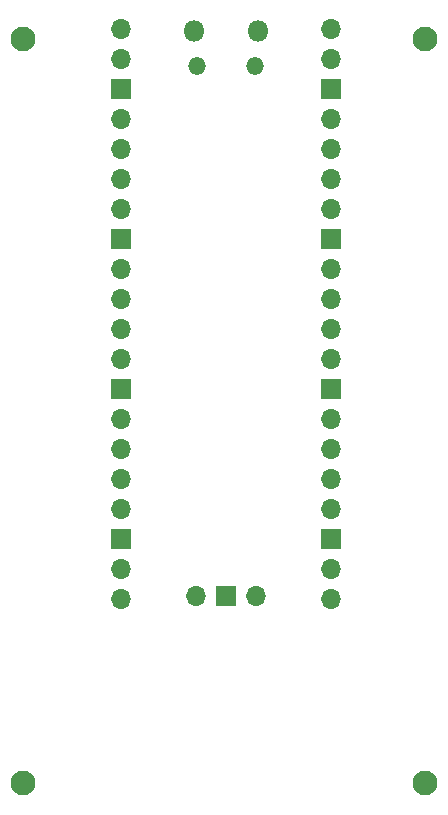
<source format=gbs>
%TF.GenerationSoftware,KiCad,Pcbnew,(6.0.2)*%
%TF.CreationDate,2022-03-20T12:26:15-06:00*%
%TF.ProjectId,carrier_board,63617272-6965-4725-9f62-6f6172642e6b,1*%
%TF.SameCoordinates,Original*%
%TF.FileFunction,Soldermask,Bot*%
%TF.FilePolarity,Negative*%
%FSLAX46Y46*%
G04 Gerber Fmt 4.6, Leading zero omitted, Abs format (unit mm)*
G04 Created by KiCad (PCBNEW (6.0.2)) date 2022-03-20 12:26:15*
%MOMM*%
%LPD*%
G01*
G04 APERTURE LIST*
%ADD10C,2.100000*%
%ADD11O,1.500000X1.500000*%
%ADD12O,1.800000X1.800000*%
%ADD13O,1.700000X1.700000*%
%ADD14R,1.700000X1.700000*%
G04 APERTURE END LIST*
D10*
%TO.C,REF\u002A\u002A*%
X130000000Y-62000000D03*
%TD*%
%TO.C,REF\u002A\u002A*%
X164000000Y-62000000D03*
%TD*%
%TO.C,REF\u002A\u002A*%
X130000000Y-125000000D03*
%TD*%
%TO.C,REF\u002A\u002A*%
X164000000Y-125000000D03*
%TD*%
D11*
%TO.C,U1*%
X144765000Y-64305000D03*
D12*
X144465000Y-61275000D03*
D11*
X149615000Y-64305000D03*
D12*
X149915000Y-61275000D03*
D13*
X138300000Y-61145000D03*
X138300000Y-63685000D03*
D14*
X138300000Y-66225000D03*
D13*
X138300000Y-68765000D03*
X138300000Y-71305000D03*
X138300000Y-73845000D03*
X138300000Y-76385000D03*
D14*
X138300000Y-78925000D03*
D13*
X138300000Y-81465000D03*
X138300000Y-84005000D03*
X138300000Y-86545000D03*
X138300000Y-89085000D03*
D14*
X138300000Y-91625000D03*
D13*
X138300000Y-94165000D03*
X138300000Y-96705000D03*
X138300000Y-99245000D03*
X138300000Y-101785000D03*
D14*
X138300000Y-104325000D03*
D13*
X138300000Y-106865000D03*
X138300000Y-109405000D03*
X156080000Y-109405000D03*
X156080000Y-106865000D03*
D14*
X156080000Y-104325000D03*
D13*
X156080000Y-101785000D03*
X156080000Y-99245000D03*
X156080000Y-96705000D03*
X156080000Y-94165000D03*
D14*
X156080000Y-91625000D03*
D13*
X156080000Y-89085000D03*
X156080000Y-86545000D03*
X156080000Y-84005000D03*
X156080000Y-81465000D03*
D14*
X156080000Y-78925000D03*
D13*
X156080000Y-76385000D03*
X156080000Y-73845000D03*
X156080000Y-71305000D03*
X156080000Y-68765000D03*
D14*
X156080000Y-66225000D03*
D13*
X156080000Y-63685000D03*
X156080000Y-61145000D03*
X144650000Y-109175000D03*
D14*
X147190000Y-109175000D03*
D13*
X149730000Y-109175000D03*
%TD*%
M02*

</source>
